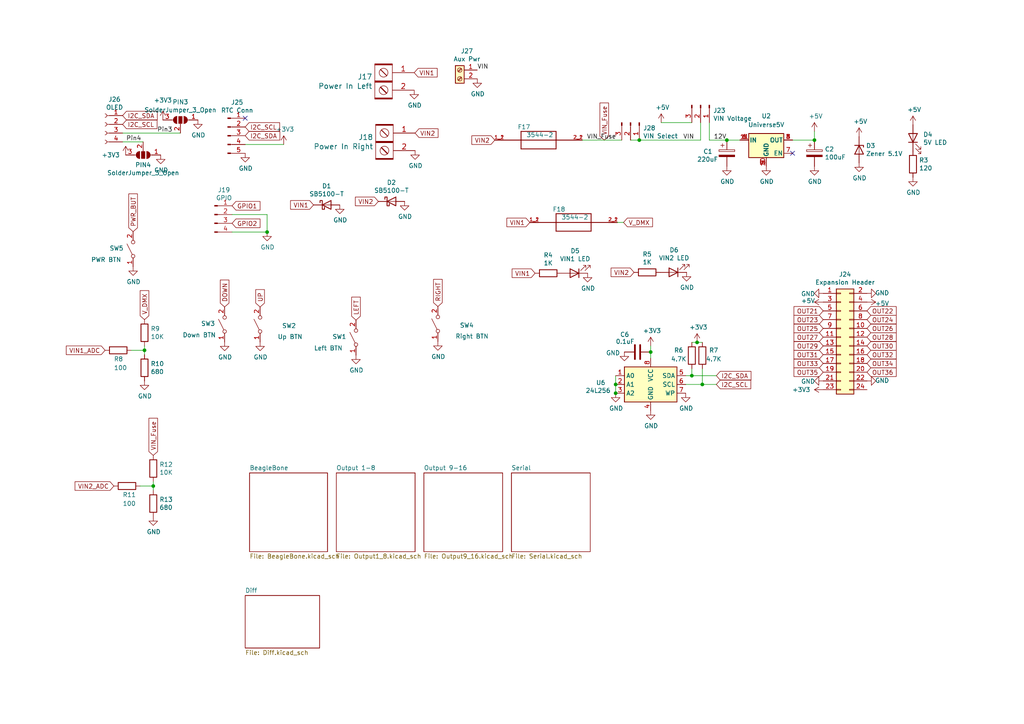
<source format=kicad_sch>
(kicad_sch (version 20211123) (generator eeschema)
  (paper "A4")
  (title_block (title "BBB 16") (date "2022-08-14") (rev "v2.2") (company "Scott Hanson"))
  (lib_symbols
    (symbol "BBB_16-rescue:3544-2-Keystone_Fuse" (pin_names (offset 1.016) hide)
      (property "Reference" "F" (at -5.08 3.302 0))
      (property "Value" "3544-2-Keystone_Fuse" (at -5.08 -5.08 0))
      (symbol "3544-2-Keystone_Fuse_0_0"
        (polyline (pts (xy -12.7 0) (xy 12.7 0)) (stroke (width 0.254)))
        (polyline (pts (xy -5.08 -2.54) (xy -5.08 2.54)) (stroke (width 0.254)))
        (polyline (pts (xy -5.08 2.54) (xy 5.08 2.54)) (stroke (width 0.254)))
        (polyline (pts (xy 5.08 -2.54) (xy -5.08 -2.54)) (stroke (width 0.254)))
        (polyline (pts (xy 5.08 2.54) (xy 5.08 -2.54)) (stroke (width 0.254)))
        (pin passive line (at -12.7 0 0) (length 2.54) (name "1") (number "1_1"))
        (pin passive line (at -12.7 0 0) (length 2.54) (name "1") (number "1_2"))
        (pin passive line (at 12.7 0 180) (length 2.54) (name "2") (number "2_1"))
        (pin passive line (at 12.7 0 180) (length 2.54) (name "2") (number "2_2"))
      )
    )
    (symbol "BBB_16-rescue:CP-Device" (pin_numbers hide) (pin_names (offset 0.254))
      (property "Reference" "C" (at 0.635 2.54 0))
      (property "Value" "CP-Device" (at 0.635 -2.54 0))
      (symbol "CP-Device_0_1"
        (rectangle (start -2.286 0.508) (end 2.286 1.016))
        (polyline (pts (xy -1.778 2.286) (xy -0.762 2.286)))
        (polyline (pts (xy -1.27 2.794) (xy -1.27 1.778)))
        (rectangle (start 2.286 -0.508) (end -2.286 -1.016) (fill (type outline)))
      )
      (symbol "CP-Device_1_1"
        (pin passive line (at 0 3.81 270) (length 2.794) (name "~") (number "1"))
        (pin passive line (at 0 -3.81 90) (length 2.794) (name "~") (number "2"))
      )
    )
    (symbol "Barrier_Blocks:BARRIER_BLOCK_1ROW_2POS" (pin_names (offset 1.016) hide)
      (property "Reference" "TB" (at 0.127 -6.731 0))
      (property "Value" "BARRIER_BLOCK_1ROW_2POS" (at 0.254 6.35 0))
      (symbol "BARRIER_BLOCK_1ROW_2POS_0_1"
        (rectangle (start -2.54 5.08) (end 2.54 -5.08))
        (circle (center 0 -2.54) (radius 1.27))
        (polyline (pts (xy -2.54 -4.699) (xy -2.54 -5.08) (xy 2.54 -5.08) (xy 2.54 -4.699)) (fill (type outline)))
        (polyline (pts (xy -2.54 0.254) (xy -2.54 -0.254) (xy 2.54 -0.254) (xy 2.54 0.254)) (fill (type outline)))
        (polyline (pts (xy -2.54 4.699) (xy -2.54 5.08) (xy 2.54 5.08) (xy 2.54 4.699)) (fill (type outline)))
        (polyline (pts (xy -0.8382 -3.5052) (xy -0.9652 -3.3782) (xy 0.8128 -1.6002) (xy 0.9652 -1.7018) (xy -0.8382 -3.5052)) (fill (type outline)))
        (polyline (pts (xy -0.8382 1.5748) (xy -0.9652 1.6764) (xy -0.0508 2.5908) (xy 0.8382 3.4798) (xy 0.9652 3.3528) (xy 0.9652 3.3528)) (fill (type outline)))
        (circle (center 0 2.54) (radius 1.27))
      )
      (symbol "BARRIER_BLOCK_1ROW_2POS_1_1"
        (pin passive line (at -8.89 2.54 0) (length 6.35) (name "P1") (number "1"))
        (pin passive line (at -8.89 -2.54 0) (length 6.35) (name "P2") (number "2"))
      )
    )
    (symbol "Connector:Conn_01x03_Male" (pin_names (offset 1.016) hide)
      (property "Reference" "J" (at 0 5.08 0))
      (property "Value" "Conn_01x03_Male" (at 0 -5.08 0))
      (symbol "Conn_01x03_Male_1_1"
        (polyline (pts (xy 1.27 -2.54) (xy 0.8636 -2.54)) (stroke (width 0.1524)))
        (polyline (pts (xy 1.27 0) (xy 0.8636 0)) (stroke (width 0.1524)))
        (polyline (pts (xy 1.27 2.54) (xy 0.8636 2.54)) (stroke (width 0.1524)))
        (rectangle (start 0.8636 -2.413) (end 0 -2.667) (stroke (width 0.1524)) (fill (type outline)))
        (rectangle (start 0.8636 0.127) (end 0 -0.127) (stroke (width 0.1524)) (fill (type outline)))
        (rectangle (start 0.8636 2.667) (end 0 2.413) (stroke (width 0.1524)) (fill (type outline)))
        (pin passive line (at 5.08 2.54 180) (length 3.81) (name "Pin_1") (number "1"))
        (pin passive line (at 5.08 0 180) (length 3.81) (name "Pin_2") (number "2"))
        (pin passive line (at 5.08 -2.54 180) (length 3.81) (name "Pin_3") (number "3"))
      )
    )
    (symbol "Connector:Conn_01x04_Female" (pin_names (offset 1.016) hide)
      (property "Reference" "J" (at 0 5.08 0))
      (property "Value" "Conn_01x04_Female" (at 0 -7.62 0))
      (symbol "Conn_01x04_Female_1_1"
        (arc (start 0 -4.572) (mid -0.508 -5.08) (end 0 -5.588) (stroke (width 0.1524)))
        (arc (start 0 -2.032) (mid -0.508 -2.54) (end 0 -3.048) (stroke (width 0.1524)))
        (polyline (pts (xy -1.27 -5.08) (xy -0.508 -5.08)) (stroke (width 0.1524)))
        (polyline (pts (xy -1.27 -2.54) (xy -0.508 -2.54)) (stroke (width 0.1524)))
        (polyline (pts (xy -1.27 0) (xy -0.508 0)) (stroke (width 0.1524)))
        (polyline (pts (xy -1.27 2.54) (xy -0.508 2.54)) (stroke (width 0.1524)))
        (arc (start 0 0.508) (mid -0.508 0) (end 0 -0.508) (stroke (width 0.1524)))
        (arc (start 0 3.048) (mid -0.508 2.54) (end 0 2.032) (stroke (width 0.1524)))
        (pin passive line (at -5.08 2.54 0) (length 3.81) (name "Pin_1") (number "1"))
        (pin passive line (at -5.08 0 0) (length 3.81) (name "Pin_2") (number "2"))
        (pin passive line (at -5.08 -2.54 0) (length 3.81) (name "Pin_3") (number "3"))
        (pin passive line (at -5.08 -5.08 0) (length 3.81) (name "Pin_4") (number "4"))
      )
    )
    (symbol "Connector:Conn_01x04_Male" (pin_names (offset 1.016) hide)
      (property "Reference" "J" (at 0 5.08 0))
      (property "Value" "Conn_01x04_Male" (at 0 -7.62 0))
      (symbol "Conn_01x04_Male_1_1"
        (polyline (pts (xy 1.27 -5.08) (xy 0.8636 -5.08)) (stroke (width 0.1524)))
        (polyline (pts (xy 1.27 -2.54) (xy 0.8636 -2.54)) (stroke (width 0.1524)))
        (polyline (pts (xy 1.27 0) (xy 0.8636 0)) (stroke (width 0.1524)))
        (polyline (pts (xy 1.27 2.54) (xy 0.8636 2.54)) (stroke (width 0.1524)))
        (rectangle (start 0.8636 -4.953) (end 0 -5.207) (stroke (width 0.1524)) (fill (type outline)))
        (rectangle (start 0.8636 -2.413) (end 0 -2.667) (stroke (width 0.1524)) (fill (type outline)))
        (rectangle (start 0.8636 0.127) (end 0 -0.127) (stroke (width 0.1524)) (fill (type outline)))
        (rectangle (start 0.8636 2.667) (end 0 2.413) (stroke (width 0.1524)) (fill (type outline)))
        (pin passive line (at 5.08 2.54 180) (length 3.81) (name "Pin_1") (number "1"))
        (pin passive line (at 5.08 0 180) (length 3.81) (name "Pin_2") (number "2"))
        (pin passive line (at 5.08 -2.54 180) (length 3.81) (name "Pin_3") (number "3"))
        (pin passive line (at 5.08 -5.08 180) (length 3.81) (name "Pin_4") (number "4"))
      )
    )
    (symbol "Connector:Conn_01x05_Male" (pin_names (offset 1.016) hide)
      (property "Reference" "J" (at 0 7.62 0))
      (property "Value" "Conn_01x05_Male" (at 0 -7.62 0))
      (symbol "Conn_01x05_Male_1_1"
        (polyline (pts (xy 1.27 -5.08) (xy 0.8636 -5.08)) (stroke (width 0.1524)))
        (polyline (pts (xy 1.27 -2.54) (xy 0.8636 -2.54)) (stroke (width 0.1524)))
        (polyline (pts (xy 1.27 0) (xy 0.8636 0)) (stroke (width 0.1524)))
        (polyline (pts (xy 1.27 2.54) (xy 0.8636 2.54)) (stroke (width 0.1524)))
        (polyline (pts (xy 1.27 5.08) (xy 0.8636 5.08)) (stroke (width 0.1524)))
        (rectangle (start 0.8636 -4.953) (end 0 -5.207) (stroke (width 0.1524)) (fill (type outline)))
        (rectangle (start 0.8636 -2.413) (end 0 -2.667) (stroke (width 0.1524)) (fill (type outline)))
        (rectangle (start 0.8636 0.127) (end 0 -0.127) (stroke (width 0.1524)) (fill (type outline)))
        (rectangle (start 0.8636 2.667) (end 0 2.413) (stroke (width 0.1524)) (fill (type outline)))
        (rectangle (start 0.8636 5.207) (end 0 4.953) (stroke (width 0.1524)) (fill (type outline)))
        (pin passive line (at 5.08 5.08 180) (length 3.81) (name "Pin_1") (number "1"))
        (pin passive line (at 5.08 2.54 180) (length 3.81) (name "Pin_2") (number "2"))
        (pin passive line (at 5.08 0 180) (length 3.81) (name "Pin_3") (number "3"))
        (pin passive line (at 5.08 -2.54 180) (length 3.81) (name "Pin_4") (number "4"))
        (pin passive line (at 5.08 -5.08 180) (length 3.81) (name "Pin_5") (number "5"))
      )
    )
    (symbol "Connector:Screw_Terminal_01x02" (pin_names (offset 1.016) hide)
      (property "Reference" "J" (at 0 2.54 0))
      (property "Value" "Screw_Terminal_01x02" (at 0 -5.08 0))
      (symbol "Screw_Terminal_01x02_1_1"
        (rectangle (start -1.27 1.27) (end 1.27 -3.81) (stroke (width 0.254)) (fill (type background)))
        (circle (center 0 -2.54) (radius 0.635) (stroke (width 0.1524)))
        (polyline (pts (xy -0.5334 -2.2098) (xy 0.3302 -3.048)) (stroke (width 0.1524)))
        (polyline (pts (xy -0.5334 0.3302) (xy 0.3302 -0.508)) (stroke (width 0.1524)))
        (polyline (pts (xy -0.3556 -2.032) (xy 0.508 -2.8702)) (stroke (width 0.1524)))
        (polyline (pts (xy -0.3556 0.508) (xy 0.508 -0.3302)) (stroke (width 0.1524)))
        (circle (center 0 0) (radius 0.635) (stroke (width 0.1524)))
        (pin passive line (at -5.08 0 0) (length 3.81) (name "Pin_1") (number "1"))
        (pin passive line (at -5.08 -2.54 0) (length 3.81) (name "Pin_2") (number "2"))
      )
    )
    (symbol "Connector_Generic:Conn_02x12_Odd_Even" (pin_names (offset 1.016) hide)
      (property "Reference" "J" (at 1.27 15.24 0))
      (property "Value" "Conn_02x12_Odd_Even" (at 1.27 -17.78 0))
      (symbol "Conn_02x12_Odd_Even_1_1"
        (rectangle (start -1.27 -15.113) (end 0 -15.367) (stroke (width 0.1524)))
        (rectangle (start -1.27 -12.573) (end 0 -12.827) (stroke (width 0.1524)))
        (rectangle (start -1.27 -10.033) (end 0 -10.287) (stroke (width 0.1524)))
        (rectangle (start -1.27 -7.493) (end 0 -7.747) (stroke (width 0.1524)))
        (rectangle (start -1.27 -4.953) (end 0 -5.207) (stroke (width 0.1524)))
        (rectangle (start -1.27 -2.413) (end 0 -2.667) (stroke (width 0.1524)))
        (rectangle (start -1.27 0.127) (end 0 -0.127) (stroke (width 0.1524)))
        (rectangle (start -1.27 2.667) (end 0 2.413) (stroke (width 0.1524)))
        (rectangle (start -1.27 5.207) (end 0 4.953) (stroke (width 0.1524)))
        (rectangle (start -1.27 7.747) (end 0 7.493) (stroke (width 0.1524)))
        (rectangle (start -1.27 10.287) (end 0 10.033) (stroke (width 0.1524)))
        (rectangle (start -1.27 12.827) (end 0 12.573) (stroke (width 0.1524)))
        (rectangle (start -1.27 13.97) (end 3.81 -16.51) (stroke (width 0.254)) (fill (type background)))
        (rectangle (start 3.81 -15.113) (end 2.54 -15.367) (stroke (width 0.1524)))
        (rectangle (start 3.81 -12.573) (end 2.54 -12.827) (stroke (width 0.1524)))
        (rectangle (start 3.81 -10.033) (end 2.54 -10.287) (stroke (width 0.1524)))
        (rectangle (start 3.81 -7.493) (end 2.54 -7.747) (stroke (width 0.1524)))
        (rectangle (start 3.81 -4.953) (end 2.54 -5.207) (stroke (width 0.1524)))
        (rectangle (start 3.81 -2.413) (end 2.54 -2.667) (stroke (width 0.1524)))
        (rectangle (start 3.81 0.127) (end 2.54 -0.127) (stroke (width 0.1524)))
        (rectangle (start 3.81 2.667) (end 2.54 2.413) (stroke (width 0.1524)))
        (rectangle (start 3.81 5.207) (end 2.54 4.953) (stroke (width 0.1524)))
        (rectangle (start 3.81 7.747) (end 2.54 7.493) (stroke (width 0.1524)))
        (rectangle (start 3.81 10.287) (end 2.54 10.033) (stroke (width 0.1524)))
        (rectangle (start 3.81 12.827) (end 2.54 12.573) (stroke (width 0.1524)))
        (pin passive line (at -5.08 12.7 0) (length 3.81) (name "Pin_1") (number "1"))
        (pin passive line (at 7.62 2.54 180) (length 3.81) (name "Pin_10") (number "10"))
        (pin passive line (at -5.08 0 0) (length 3.81) (name "Pin_11") (number "11"))
        (pin passive line (at 7.62 0 180) (length 3.81) (name "Pin_12") (number "12"))
        (pin passive line (at -5.08 -2.54 0) (length 3.81) (name "Pin_13") (number "13"))
        (pin passive line (at 7.62 -2.54 180) (length 3.81) (name "Pin_14") (number "14"))
        (pin passive line (at -5.08 -5.08 0) (length 3.81) (name "Pin_15") (number "15"))
        (pin passive line (at 7.62 -5.08 180) (length 3.81) (name "Pin_16") (number "16"))
        (pin passive line (at -5.08 -7.62 0) (length 3.81) (name "Pin_17") (number "17"))
        (pin passive line (at 7.62 -7.62 180) (length 3.81) (name "Pin_18") (number "18"))
        (pin passive line (at -5.08 -10.16 0) (length 3.81) (name "Pin_19") (number "19"))
        (pin passive line (at 7.62 12.7 180) (length 3.81) (name "Pin_2") (number "2"))
        (pin passive line (at 7.62 -10.16 180) (length 3.81) (name "Pin_20") (number "20"))
        (pin passive line (at -5.08 -12.7 0) (length 3.81) (name "Pin_21") (number "21"))
        (pin passive line (at 7.62 -12.7 180) (length 3.81) (name "Pin_22") (number "22"))
        (pin passive line (at -5.08 -15.24 0) (length 3.81) (name "Pin_23") (number "23"))
        (pin passive line (at 7.62 -15.24 180) (length 3.81) (name "Pin_24") (number "24"))
        (pin passive line (at -5.08 10.16 0) (length 3.81) (name "Pin_3") (number "3"))
        (pin passive line (at 7.62 10.16 180) (length 3.81) (name "Pin_4") (number "4"))
        (pin passive line (at -5.08 7.62 0) (length 3.81) (name "Pin_5") (number "5"))
        (pin passive line (at 7.62 7.62 180) (length 3.81) (name "Pin_6") (number "6"))
        (pin passive line (at -5.08 5.08 0) (length 3.81) (name "Pin_7") (number "7"))
        (pin passive line (at 7.62 5.08 180) (length 3.81) (name "Pin_8") (number "8"))
        (pin passive line (at -5.08 2.54 0) (length 3.81) (name "Pin_9") (number "9"))
      )
    )
    (symbol "Device:C" (pin_numbers hide) (pin_names (offset 0.254))
      (property "Reference" "C" (at 0.635 2.54 0))
      (property "Value" "C" (at 0.635 -2.54 0))
      (symbol "C_0_1"
        (polyline (pts (xy -2.032 -0.762) (xy 2.032 -0.762)) (stroke (width 0.508)))
        (polyline (pts (xy -2.032 0.762) (xy 2.032 0.762)) (stroke (width 0.508)))
      )
      (symbol "C_1_1"
        (pin passive line (at 0 3.81 270) (length 2.794) (name "~") (number "1"))
        (pin passive line (at 0 -3.81 90) (length 2.794) (name "~") (number "2"))
      )
    )
    (symbol "Device:D_Schottky" (pin_numbers hide) (pin_names (offset 1.016) hide)
      (property "Reference" "D" (at 0 2.54 0))
      (property "Value" "D_Schottky" (at 0 -2.54 0))
      (symbol "D_Schottky_0_1"
        (polyline (pts (xy 1.27 0) (xy -1.27 0)))
        (polyline (pts (xy 1.27 1.27) (xy 1.27 -1.27) (xy -1.27 0) (xy 1.27 1.27)) (stroke (width 0.254)))
        (polyline (pts (xy -1.905 0.635) (xy -1.905 1.27) (xy -1.27 1.27) (xy -1.27 -1.27) (xy -0.635 -1.27) (xy -0.635 -0.635)) (stroke (width 0.254)))
      )
      (symbol "D_Schottky_1_1"
        (pin passive line (at -3.81 0 0) (length 2.54) (name "K") (number "1"))
        (pin passive line (at 3.81 0 180) (length 2.54) (name "A") (number "2"))
      )
    )
    (symbol "Device:D_Zener" (pin_numbers hide) (pin_names (offset 1.016) hide)
      (property "Reference" "D" (at 0 2.54 0))
      (property "Value" "D_Zener" (at 0 -2.54 0))
      (symbol "D_Zener_0_1"
        (polyline (pts (xy 1.27 0) (xy -1.27 0)))
        (polyline (pts (xy -1.27 -1.27) (xy -1.27 1.27) (xy -0.762 1.27)) (stroke (width 0.254)))
        (polyline (pts (xy 1.27 -1.27) (xy 1.27 1.27) (xy -1.27 0) (xy 1.27 -1.27)) (stroke (width 0.254)))
      )
      (symbol "D_Zener_1_1"
        (pin passive line (at -3.81 0 0) (length 2.54) (name "K") (number "1"))
        (pin passive line (at 3.81 0 180) (length 2.54) (name "A") (number "2"))
      )
    )
    (symbol "Device:LED" (pin_numbers hide) (pin_names (offset 1.016) hide)
      (property "Reference" "D" (at 0 2.54 0))
      (property "Value" "LED" (at 0 -2.54 0))
      (symbol "LED_0_1"
        (polyline (pts (xy -1.27 -1.27) (xy -1.27 1.27)) (stroke (width 0.254)))
        (polyline (pts (xy -1.27 0) (xy 1.27 0)))
        (polyline (pts (xy 1.27 -1.27) (xy 1.27 1.27) (xy -1.27 0) (xy 1.27 -1.27)) (stroke (width 0.254)))
        (polyline (pts (xy -3.048 -0.762) (xy -4.572 -2.286) (xy -3.81 -2.286) (xy -4.572 -2.286) (xy -4.572 -1.524)))
        (polyline (pts (xy -1.778 -0.762) (xy -3.302 -2.286) (xy -2.54 -2.286) (xy -3.302 -2.286) (xy -3.302 -1.524)))
      )
      (symbol "LED_1_1"
        (pin passive line (at -3.81 0 0) (length 2.54) (name "K") (number "1"))
        (pin passive line (at 3.81 0 180) (length 2.54) (name "A") (number "2"))
      )
    )
    (symbol "Device:R" (pin_numbers hide) (pin_names (offset 0))
      (property "Reference" "R" (at 2.032 0 90))
      (property "Value" "R" (at 0 0 90))
      (symbol "R_0_1"
        (rectangle (start -1.016 -2.54) (end 1.016 2.54) (stroke (width 0.254)))
      )
      (symbol "R_1_1"
        (pin passive line (at 0 3.81 270) (length 1.27) (name "~") (number "1"))
        (pin passive line (at 0 -3.81 90) (length 1.27) (name "~") (number "2"))
      )
    )
    (symbol "Jumper:SolderJumper_3_Open" (pin_names (offset 0) hide)
      (property "Reference" "JP" (at -2.54 -2.54 0))
      (property "Value" "SolderJumper_3_Open" (at 0 2.794 0))
      (symbol "SolderJumper_3_Open_0_1"
        (arc (start -1.016 1.016) (mid -2.032 0) (end -1.016 -1.016))
        (arc (start -1.016 1.016) (mid -2.032 0) (end -1.016 -1.016) (fill (type outline)))
        (rectangle (start -0.508 1.016) (end 0.508 -1.016) (fill (type outline)))
        (polyline (pts (xy -2.54 0) (xy -2.032 0)))
        (polyline (pts (xy -1.016 1.016) (xy -1.016 -1.016)))
        (polyline (pts (xy 0 -1.27) (xy 0 -1.016)))
        (polyline (pts (xy 1.016 1.016) (xy 1.016 -1.016)))
        (polyline (pts (xy 2.54 0) (xy 2.032 0)))
        (arc (start 1.016 -1.016) (mid 2.032 0) (end 1.016 1.016))
        (arc (start 1.016 -1.016) (mid 2.032 0) (end 1.016 1.016) (fill (type outline)))
      )
      (symbol "SolderJumper_3_Open_1_1"
        (pin passive line (at -5.08 0 0) (length 2.54) (name "A") (number "1"))
        (pin input line (at 0 -3.81 90) (length 2.54) (name "C") (number "2"))
        (pin passive line (at 5.08 0 180) (length 2.54) (name "B") (number "3"))
      )
    )
    (symbol "Memory_EEPROM:24LC32"
      (property "Reference" "U" (at -6.35 6.35 0))
      (property "Value" "24LC32" (at 1.27 6.35 0))
      (symbol "24LC32_1_1"
        (rectangle (start -7.62 5.08) (end 7.62 -5.08) (stroke (width 0.254)) (fill (type background)))
        (pin input line (at -10.16 2.54 0) (length 2.54) (name "A0") (number "1"))
        (pin input line (at -10.16 0 0) (length 2.54) (name "A1") (number "2"))
        (pin input line (at -10.16 -2.54 0) (length 2.54) (name "A2") (number "3"))
        (pin power_in line (at 0 -7.62 90) (length 2.54) (name "GND") (number "4"))
        (pin bidirectional line (at 10.16 2.54 180) (length 2.54) (name "SDA") (number "5"))
        (pin input line (at 10.16 0 180) (length 2.54) (name "SCL") (number "6"))
        (pin input line (at 10.16 -2.54 180) (length 2.54) (name "WP") (number "7"))
        (pin power_in line (at 0 7.62 270) (length 2.54) (name "VCC") (number "8"))
      )
    )
    (symbol "Scotts:Universe5V" (pin_names (offset 0.254))
      (property "Reference" "U" (at -3.81 3.175 0))
      (property "Value" "Universe5V" (at 0 3.175 0))
      (symbol "Universe5V_0_0"
        (pin power_in line (at 0 -7.62 90) (length 2.54) (name "GND") (number "10"))
        (pin power_in line (at -7.62 0 0) (length 2.54) (name "IN") (number "11"))
        (pin power_out line (at 7.62 0 180) (length 2.54) (name "OUT") (number "4"))
        (pin power_in line (at 0 -7.62 90) (length 2.54) (name "GND") (number "5"))
        (pin power_in line (at -7.62 0 0) (length 2.54) (name "IN") (number "6"))
        (pin output line (at 7.62 -3.81 180) (length 2.54) (name "EN") (number "7"))
        (pin power_out line (at 7.62 0 180) (length 2.54) (name "OUT") (number "8"))
        (pin power_in line (at 0 -7.62 90) (length 2.54) (name "GND") (number "9"))
      )
      (symbol "Universe5V_0_1"
        (rectangle (start -5.08 1.905) (end 5.08 -5.08) (stroke (width 0.254)) (fill (type background)))
      )
      (symbol "Universe5V_1_1"
        (pin power_in line (at -7.62 0 0) (length 2.54) (name "IN") (number "1"))
        (pin power_in line (at 0 -7.62 90) (length 2.54) (name "GND") (number "2"))
        (pin power_out line (at 7.62 0 180) (length 2.54) (name "OUT") (number "3"))
      )
    )
    (symbol "Switch:SW_SPST" (pin_names (offset 0) hide)
      (property "Reference" "SW" (at 0 3.175 0))
      (property "Value" "SW_SPST" (at 0 -2.54 0))
      (symbol "SW_SPST_0_0"
        (circle (center -2.032 0) (radius 0.508))
        (polyline (pts (xy -1.524 0.254) (xy 1.524 1.778)))
        (circle (center 2.032 0) (radius 0.508))
      )
      (symbol "SW_SPST_1_1"
        (pin passive line (at -5.08 0 0) (length 2.54) (name "A") (number "1"))
        (pin passive line (at 5.08 0 180) (length 2.54) (name "B") (number "2"))
      )
    )
    (symbol "power:+3.3V" (power) (pin_names (offset 0))
      (property "Value" "+3.3V" (at 0 3.556 0))
      (symbol "+3.3V_0_1"
        (polyline (pts (xy -0.762 1.27) (xy 0 2.54)))
        (polyline (pts (xy 0 0) (xy 0 2.54)))
        (polyline (pts (xy 0 2.54) (xy 0.762 1.27)))
      )
      (symbol "+3.3V_1_1"
        (pin power_in line (at 0 0 90) (length 0) hide (name "+3V3") (number "1"))
      )
    )
    (symbol "power:+5V" (power) (pin_names (offset 0))
      (property "Value" "+5V" (at 0 3.556 0))
      (symbol "+5V_0_1"
        (polyline (pts (xy -0.762 1.27) (xy 0 2.54)))
        (polyline (pts (xy 0 0) (xy 0 2.54)))
        (polyline (pts (xy 0 2.54) (xy 0.762 1.27)))
      )
      (symbol "+5V_1_1"
        (pin power_in line (at 0 0 90) (length 0) hide (name "+5V") (number "1"))
      )
    )
    (symbol "power:GND" (power) (pin_names (offset 0))
      (property "Value" "GND" (at 0 -3.81 0))
      (symbol "GND_0_1"
        (polyline (pts (xy 0 0) (xy 0 -1.27) (xy 1.27 -1.27) (xy 0 -2.54) (xy -1.27 -1.27) (xy 0 -1.27)))
      )
      (symbol "GND_1_1"
        (pin power_in line (at 0 0 270) (length 0) hide (name "GND") (number "1"))
      )
    )
  )
  (junction (at 178.562 111.506))
  (junction (at 203.708 111.506))
  (junction (at 41.91 101.6))
  (junction (at 210.82 40.64))
  (junction (at 178.562 114.046))
  (junction (at 77.47 67.31))
  (junction (at 200.66 108.966))
  (junction (at 185.42 40.64))
  (junction (at 188.722 102.108))
  (junction (at 236.22 40.64))
  (junction (at 44.45 140.97))
  (junction (at 202.184 99.314))
  (no_connect (at 229.87 44.45))
  (no_connect (at 71.12 34.29))
  (wire (pts (xy 179.07 64.516) (xy 180.848 64.516)))
  (wire (pts (xy 77.47 67.31) (xy 67.31 67.31)))
  (wire (pts (xy 41.91 100.33) (xy 41.91 101.6)))
  (wire (pts (xy 77.47 62.23) (xy 77.47 67.31)))
  (wire (pts (xy 203.708 106.934) (xy 203.708 111.506)))
  (wire (pts (xy 44.45 140.97) (xy 44.45 142.24)))
  (wire (pts (xy 236.22 40.64) (xy 236.22 38.1)))
  (wire (pts (xy 182.88 40.64) (xy 185.42 40.64)))
  (wire (pts (xy 200.66 108.966) (xy 207.772 108.966)))
  (wire (pts (xy 188.722 103.886) (xy 188.722 102.108)))
  (wire (pts (xy 205.74 40.64) (xy 205.74 35.56)))
  (wire (pts (xy 44.45 140.97) (xy 40.64 140.97)))
  (wire (pts (xy 202.184 99.314) (xy 203.708 99.314)))
  (wire (pts (xy 203.2 40.64) (xy 185.42 40.64)))
  (wire (pts (xy 200.66 106.934) (xy 200.66 108.966)))
  (wire (pts (xy 35.56 41.148) (xy 41.529 41.148)))
  (wire (pts (xy 52.324 38.608) (xy 35.56 38.608)))
  (wire (pts (xy 67.31 62.23) (xy 77.47 62.23)))
  (wire (pts (xy 203.708 111.506) (xy 198.882 111.506)))
  (wire (pts (xy 44.45 139.7) (xy 44.45 140.97)))
  (wire (pts (xy 207.772 111.506) (xy 203.708 111.506)))
  (wire (pts (xy 71.12 41.91) (xy 82.296 41.91)))
  (wire (pts (xy 178.562 111.506) (xy 178.562 114.046)))
  (wire (pts (xy 210.82 40.64) (xy 205.74 40.64)))
  (wire (pts (xy 41.91 101.6) (xy 41.91 102.87)))
  (wire (pts (xy 214.63 40.64) (xy 210.82 40.64)))
  (wire (pts (xy 203.2 35.56) (xy 203.2 40.64)))
  (wire (pts (xy 200.66 35.56) (xy 191.77 35.56)))
  (wire (pts (xy 188.722 102.108) (xy 188.722 100.33)))
  (wire (pts (xy 168.91 40.64) (xy 180.34 40.64)))
  (wire (pts (xy 200.66 99.314) (xy 202.184 99.314)))
  (wire (pts (xy 41.91 101.6) (xy 38.1 101.6)))
  (wire (pts (xy 198.882 108.966) (xy 200.66 108.966)))
  (wire (pts (xy 178.562 108.966) (xy 178.562 111.506)))
  (wire (pts (xy 229.87 40.64) (xy 236.22 40.64)))
  (label "Pin4" (at 36.576 41.148 0))
  (label "12V" (at 207.01 40.64 0))
  (label "VIN" (at 138.43 20.32 0))
  (label "VIN_Fuse" (at 170.18 40.64 0))
  (label "Pin3" (at 45.593 38.608 0))
  (label "VIN" (at 198.12 40.64 0))
  (global_label "VIN1" (shape input) (at 155.194 79.248 180) (property "Intersheet References" "${INTERSHEET_REFS}" (effects hide)))
  (global_label "VIN1" (shape input) (at 120.142 21.082 0) (property "Intersheet References" "${INTERSHEET_REFS}" (effects hide)))
  (global_label "OUT31" (shape input) (at 238.76 102.87 180) (property "Intersheet References" "${INTERSHEET_REFS}" (effects hide)))
  (global_label "OUT22" (shape input) (at 251.46 90.17 0) (property "Intersheet References" "${INTERSHEET_REFS}" (effects hide)))
  (global_label "OUT29" (shape input) (at 238.76 100.33 180) (property "Intersheet References" "${INTERSHEET_REFS}" (effects hide)))
  (global_label "VIN_Fuse" (shape input) (at 175.26 40.64 90) (property "Intersheet References" "${INTERSHEET_REFS}" (effects hide)))
  (global_label "I2C_SCL" (shape input) (at 71.12 36.83 0) (property "Intersheet References" "${INTERSHEET_REFS}" (effects hide)))
  (global_label "OUT26" (shape input) (at 251.46 95.25 0) (property "Intersheet References" "${INTERSHEET_REFS}" (effects hide)))
  (global_label "DOWN" (shape input) (at 65.151 89.027 90) (property "Intersheet References" "${INTERSHEET_REFS}" (effects hide)))
  (global_label "I2C_SDA" (shape input) (at 71.12 39.37 0) (property "Intersheet References" "${INTERSHEET_REFS}" (effects hide)))
  (global_label "OUT24" (shape input) (at 251.46 92.71 0) (property "Intersheet References" "${INTERSHEET_REFS}" (effects hide)))
  (global_label "VIN1" (shape input) (at 153.67 64.516 180) (property "Intersheet References" "${INTERSHEET_REFS}" (effects hide)))
  (global_label "UP" (shape input) (at 75.438 89.027 90) (property "Intersheet References" "${INTERSHEET_REFS}" (effects hide)))
  (global_label "I2C_SDA" (shape input) (at 207.772 108.966 0) (property "Intersheet References" "${INTERSHEET_REFS}" (effects hide)))
  (global_label "V_DMX" (shape input) (at 180.848 64.516 0) (property "Intersheet References" "${INTERSHEET_REFS}" (effects hide)))
  (global_label "OUT36" (shape input) (at 251.46 107.95 0) (property "Intersheet References" "${INTERSHEET_REFS}" (effects hide)))
  (global_label "I2C_SCL" (shape input) (at 35.56 36.068 0) (property "Intersheet References" "${INTERSHEET_REFS}" (effects hide)))
  (global_label "OUT34" (shape input) (at 251.46 105.41 0) (property "Intersheet References" "${INTERSHEET_REFS}" (effects hide)))
  (global_label "VIN2" (shape input) (at 143.51 40.64 180) (property "Intersheet References" "${INTERSHEET_REFS}" (effects hide)))
  (global_label "OUT32" (shape input) (at 251.46 102.87 0) (property "Intersheet References" "${INTERSHEET_REFS}" (effects hide)))
  (global_label "OUT30" (shape input) (at 251.46 100.33 0) (property "Intersheet References" "${INTERSHEET_REFS}" (effects hide)))
  (global_label "OUT25" (shape input) (at 238.76 95.25 180) (property "Intersheet References" "${INTERSHEET_REFS}" (effects hide)))
  (global_label "VIN2" (shape input) (at 120.396 38.608 0) (property "Intersheet References" "${INTERSHEET_REFS}" (effects hide)))
  (global_label "OUT35" (shape input) (at 238.76 107.95 180) (property "Intersheet References" "${INTERSHEET_REFS}" (effects hide)))
  (global_label "I2C_SDA" (shape input) (at 35.56 33.528 0) (property "Intersheet References" "${INTERSHEET_REFS}" (effects hide)))
  (global_label "GPIO2" (shape input) (at 67.31 64.77 0) (property "Intersheet References" "${INTERSHEET_REFS}" (effects hide)))
  (global_label "VIN2" (shape input) (at 109.728 58.42 180) (property "Intersheet References" "${INTERSHEET_REFS}" (effects hide)))
  (global_label "RIGHT" (shape input) (at 127 88.9 90) (property "Intersheet References" "${INTERSHEET_REFS}" (effects hide)))
  (global_label "V_DMX" (shape input) (at 41.91 92.71 90) (property "Intersheet References" "${INTERSHEET_REFS}" (effects hide)))
  (global_label "PWR_BUT" (shape input) (at 38.608 67.183 90) (property "Intersheet References" "${INTERSHEET_REFS}" (effects hide)))
  (global_label "OUT27" (shape input) (at 238.76 97.79 180) (property "Intersheet References" "${INTERSHEET_REFS}" (effects hide)))
  (global_label "OUT23" (shape input) (at 238.76 92.71 180) (property "Intersheet References" "${INTERSHEET_REFS}" (effects hide)))
  (global_label "VIN2_ADC" (shape input) (at 33.02 140.97 180) (property "Intersheet References" "${INTERSHEET_REFS}" (effects hide)))
  (global_label "VIN_Fuse" (shape input) (at 44.45 132.08 90) (property "Intersheet References" "${INTERSHEET_REFS}" (effects hide)))
  (global_label "LEFT" (shape input) (at 103.251 92.837 90) (property "Intersheet References" "${INTERSHEET_REFS}" (effects hide)))
  (global_label "OUT21" (shape input) (at 238.76 90.17 180) (property "Intersheet References" "${INTERSHEET_REFS}" (effects hide)))
  (global_label "VIN1" (shape input) (at 90.932 59.436 180) (property "Intersheet References" "${INTERSHEET_REFS}" (effects hide)))
  (global_label "VIN2" (shape input) (at 183.896 78.994 180) (property "Intersheet References" "${INTERSHEET_REFS}" (effects hide)))
  (global_label "OUT33" (shape input) (at 238.76 105.41 180) (property "Intersheet References" "${INTERSHEET_REFS}" (effects hide)))
  (global_label "I2C_SCL" (shape input) (at 207.772 111.506 0) (property "Intersheet References" "${INTERSHEET_REFS}" (effects hide)))
  (global_label "OUT28" (shape input) (at 251.46 97.79 0) (property "Intersheet References" "${INTERSHEET_REFS}" (effects hide)))
  (global_label "GPIO1" (shape input) (at 67.31 59.69 0) (property "Intersheet References" "${INTERSHEET_REFS}" (effects hide)))
  (global_label "VIN1_ADC" (shape input) (at 30.48 101.6 180) (property "Intersheet References" "${INTERSHEET_REFS}" (effects hide)))
  (symbol (lib_id "BBB_16-rescue:CP-Device") (at 236.22 44.45 0) (unit 1)
    (property "Reference" "C2" (at 239.2172 43.2816 0) (effects (justify left)))
    (property "Value" "100uF" (at 239.2172 45.593 0) (effects (justify left)))
    (property "Footprint" "Capacitor_THT:CP_Radial_D5.0mm_P2.00mm" (effects hide))
    (property "Digi-Key_PN" "1189-1148-ND" (effects hide))
    (property "MPN" "16ZLH100MEFC5X11" (effects hide))
  )
  (symbol (lib_id "BBB_16-rescue:CP-Device") (at 210.82 44.45 0) (unit 1)
    (property "Reference" "C1" (at 203.962 43.942 0) (effects (justify left)))
    (property "Value" "220uF" (at 202.184 46.228 0) (effects (justify left)))
    (property "Footprint" "Capacitor_THT:CP_Radial_D10.0mm_P5.00mm" (effects hide))
    (property "Digi-Key_PN" "P5183-ND" (effects hide))
    (property "MPN" "ECA-1HM221" (effects hide))
  )
  (symbol (lib_id "power:GND") (at 120.142 26.162 0) (unit 1)
    (property "Reference" "#PWR0101" (effects hide))
    (property "Value" "GND" (at 120.269 30.5562 0))
  )
  (symbol (lib_id "power:GND") (at 222.25 48.26 0) (unit 1)
    (property "Reference" "#PWR0113" (effects hide))
    (property "Value" "GND" (at 222.377 52.6542 0))
  )
  (symbol (lib_id "power:GND") (at 236.22 48.26 0) (unit 1)
    (property "Reference" "#PWR0114" (effects hide))
    (property "Value" "GND" (at 236.347 52.6542 0))
  )
  (symbol (lib_id "power:GND") (at 210.82 48.26 0) (unit 1)
    (property "Reference" "#PWR0115" (effects hide))
    (property "Value" "GND" (at 210.947 52.6542 0))
  )
  (symbol (lib_id "power:+5V") (at 236.22 38.1 0) (unit 1)
    (property "Reference" "#PWR0116" (effects hide))
    (property "Value" "+5V" (at 236.601 33.7058 0))
  )
  (symbol (lib_id "BBB_16-rescue:3544-2-Keystone_Fuse") (at 156.21 40.64 0) (unit 1)
    (property "Reference" "F17" (at 150.114 36.83 0) (effects (justify left)))
    (property "Value" "3544-2" (at 152.654 39.116 0) (effects (justify left)))
    (property "Footprint" "Keystone_Fuse:FUSE_3544-2" (effects hide))
    (property "Field4" "3544-2" (effects hide))
    (property "Field5" "None" (effects hide))
    (property "Field6" "Unavailable" (effects hide))
    (property "Field7" "Fuse Clip; 500 VAC; 30 A; PCB; For 0.110 in. x 0.032 in. mini blade fuses" (effects hide))
    (property "Field8" "Keystone Electronics" (effects hide))
    (property "Digi-Key_PN" "36-3544-2-ND" (effects hide))
    (property "MPN" "3544-2" (effects hide))
  )
  (symbol (lib_id "Device:D_Zener") (at 249.174 43.434 270) (unit 1)
    (property "Reference" "D3" (at 251.1806 42.2656 90) (effects (justify left)))
    (property "Value" "Zener 5.1V" (at 251.1806 44.577 90) (effects (justify left)))
    (property "Footprint" "Diode_THT:D_5W_P10.16mm_Horizontal" (effects hide))
    (property "Digi-Key_PN" "1N5338BRLGOSCT-ND" (effects hide))
    (property "MPN" "1N5338BRLG" (effects hide))
  )
  (symbol (lib_id "power:+5V") (at 249.174 39.624 0) (unit 1)
    (property "Reference" "#PWR041" (effects hide))
    (property "Value" "+5V" (at 249.555 35.2298 0))
  )
  (symbol (lib_id "power:GND") (at 249.174 47.244 0) (unit 1)
    (property "Reference" "#PWR042" (effects hide))
    (property "Value" "GND" (at 249.301 51.6382 0))
  )
  (symbol (lib_id "Device:D_Schottky") (at 113.538 58.42 0) (unit 1)
    (property "Reference" "D2" (at 113.538 52.9336 0))
    (property "Value" "SB5100-T" (at 113.538 55.245 0))
    (property "Footprint" "Diode_THT:D_DO-201AD_P12.70mm_Horizontal" (effects hide))
    (property "Digi-Key_PN" "SB5100DICT-ND" (effects hide))
    (property "MPN" "SB5100-T" (effects hide))
  )
  (symbol (lib_id "Device:D_Schottky") (at 94.742 59.436 0) (unit 1)
    (property "Reference" "D1" (at 94.742 53.9496 0))
    (property "Value" "SB5100-T" (at 94.742 56.261 0))
    (property "Footprint" "Diode_THT:D_DO-201AD_P12.70mm_Horizontal" (effects hide))
    (property "Digi-Key_PN" "SB5100DICT-ND" (effects hide))
    (property "MPN" "SB5100-T" (effects hide))
  )
  (symbol (lib_id "power:GND") (at 117.348 58.42 0) (unit 1)
    (property "Reference" "#PWR0102" (effects hide))
    (property "Value" "GND" (at 117.475 62.8142 0))
  )
  (symbol (lib_id "power:GND") (at 98.552 59.436 0) (unit 1)
    (property "Reference" "#PWR0103" (effects hide))
    (property "Value" "GND" (at 98.679 63.8302 0))
  )
  (symbol (lib_id "Connector:Conn_01x03_Male") (at 203.2 30.48 270) (unit 1)
    (property "Reference" "J23" (at 206.8576 32.0548 90) (effects (justify left)))
    (property "Value" "VIN Voltage" (at 206.8576 34.3662 90) (effects (justify left)))
    (property "Footprint" "Connector_PinHeader_2.54mm:PinHeader_1x03_P2.54mm_Vertical" (effects hide))
    (property "Digi-Key_PN" "732-5316-ND" (effects hide))
    (property "MPN" "61300311121" (effects hide))
  )
  (symbol (lib_id "power:+5V") (at 191.77 35.56 0) (unit 1)
    (property "Reference" "#PWR047" (effects hide))
    (property "Value" "+5V" (at 192.151 31.1658 0))
  )
  (symbol (lib_id "power:GND") (at 120.396 43.688 0) (unit 1)
    (property "Reference" "#PWR02" (effects hide))
    (property "Value" "GND" (at 120.523 48.0822 0))
  )
  (symbol (lib_id "Connector:Conn_01x05_Male") (at 66.04 39.37 0) (unit 1)
    (property "Reference" "J25" (at 68.7832 29.6926 0))
    (property "Value" "RTC Conn" (at 68.7832 32.004 0))
    (property "Footprint" "Connector_PinHeader_2.54mm:PinHeader_1x05_P2.54mm_Vertical" (effects hide))
    (property "Digi-Key_PN" "732-5318-ND" (effects hide))
    (property "MPN" "61300511121" (effects hide))
  )
  (symbol (lib_id "power:GND") (at 71.12 44.45 0) (unit 1)
    (property "Reference" "#PWR039" (effects hide))
    (property "Value" "GND" (at 71.247 48.8442 0))
  )
  (symbol (lib_id "BBB_16-rescue:3544-2-Keystone_Fuse") (at 166.37 64.516 0) (unit 1)
    (property "Reference" "F18" (at 160.274 60.706 0) (effects (justify left)))
    (property "Value" "3544-2" (at 162.814 62.992 0) (effects (justify left)))
    (property "Footprint" "Keystone_Fuse:FUSE_3544-2" (effects hide))
    (property "Field4" "3544-2" (effects hide))
    (property "Field5" "None" (effects hide))
    (property "Field6" "Unavailable" (effects hide))
    (property "Field7" "Fuse Clip; 500 VAC; 30 A; PCB; For 0.110 in. x 0.032 in. mini blade fuses" (effects hide))
    (property "Field8" "Keystone Electronics" (effects hide))
    (property "Digi-Key_PN" "36-3544-2-ND" (effects hide))
    (property "MPN" "3544-2" (effects hide))
  )
  (symbol (lib_id "Connector:Conn_01x04_Female") (at 30.48 36.068 0) (mirror y) (unit 1)
    (property "Reference" "J26" (at 33.2232 28.829 0))
    (property "Value" "OLED" (at 33.2232 31.1404 0))
    (property "Footprint" "OLED-SSD1306-128X64-I2C:OLED-SSD1306-128X64-I2C-THT" (effects hide))
    (property "Digi-Key_PN" "S7002-ND" (effects hide))
    (property "MPN" "PPTC041LFBN-RC" (effects hide))
  )
  (symbol (lib_id "power:GND") (at 57.404 34.798 0) (unit 1)
    (property "Reference" "#PWR051" (effects hide))
    (property "Value" "GND" (at 57.531 39.1922 0))
  )
  (symbol (lib_id "power:+3.3V") (at 82.296 41.91 0) (unit 1)
    (property "Reference" "#PWR0104" (effects hide))
    (property "Value" "+3.3V" (at 82.677 37.5158 0))
  )
  (symbol (lib_id "power:+3.3V") (at 47.244 34.798 0) (unit 1)
    (property "Reference" "#PWR0108" (effects hide))
    (property "Value" "+3.3V" (at 47.244 29.083 0))
  )
  (symbol (lib_id "Device:LED") (at 166.624 79.248 180) (unit 1)
    (property "Reference" "D5" (at 166.8018 72.771 0))
    (property "Value" "VIN1 LED" (at 166.8018 75.0824 0))
    (property "Footprint" "LED_THT:LED_D3.0mm_Clear" (effects hide))
    (property "Digi-Key_PN" "754-1217-ND" (effects hide))
    (property "MPN" "WP3A8GD" (effects hide))
  )
  (symbol (lib_id "Device:LED") (at 195.326 78.994 180) (unit 1)
    (property "Reference" "D6" (at 195.5038 72.517 0))
    (property "Value" "VIN2 LED" (at 195.5038 74.8284 0))
    (property "Footprint" "LED_THT:LED_D3.0mm_Clear" (effects hide))
    (property "Digi-Key_PN" "754-1217-ND" (effects hide))
    (property "MPN" "WP3A8GD" (effects hide))
  )
  (symbol (lib_id "Device:R") (at 159.004 79.248 270) (unit 1)
    (property "Reference" "R4" (at 159.004 73.9902 90))
    (property "Value" "1K" (at 159.004 76.3016 90))
    (property "Footprint" "Resistor_THT:R_Axial_DIN0207_L6.3mm_D2.5mm_P7.62mm_Horizontal" (effects hide))
    (property "Digi-Key_PN" "CF14JT1K00CT-ND" (effects hide))
    (property "MPN" "CF14JT1K00" (effects hide))
  )
  (symbol (lib_id "Device:R") (at 187.706 78.994 270) (unit 1)
    (property "Reference" "R5" (at 187.706 73.7362 90))
    (property "Value" "1K" (at 187.706 76.0476 90))
    (property "Footprint" "Resistor_THT:R_Axial_DIN0207_L6.3mm_D2.5mm_P7.62mm_Horizontal" (effects hide))
    (property "Digi-Key_PN" "CF14JT1K00CT-ND" (effects hide))
    (property "MPN" "CF14JT1K00" (effects hide))
  )
  (symbol (lib_id "power:GND") (at 170.434 79.248 0) (unit 1)
    (property "Reference" "#PWR0111" (effects hide))
    (property "Value" "GND" (at 170.561 83.6422 0))
  )
  (symbol (lib_id "power:GND") (at 199.136 78.994 0) (unit 1)
    (property "Reference" "#PWR0112" (effects hide))
    (property "Value" "GND" (at 199.263 83.3882 0))
  )
  (symbol (lib_id "Device:R") (at 264.795 47.625 180) (unit 1)
    (property "Reference" "R3" (at 266.573 46.4566 0) (effects (justify right)))
    (property "Value" "120" (at 266.573 48.768 0) (effects (justify right)))
    (property "Footprint" "Resistor_THT:R_Axial_DIN0207_L6.3mm_D2.5mm_P7.62mm_Horizontal" (effects hide))
    (property "Digi-Key_PN" "CF14JT120RCT-ND" (effects hide))
    (property "MPN" "CF14JT120R" (effects hide))
  )
  (symbol (lib_id "Device:LED") (at 264.795 40.005 90) (unit 1)
    (property "Reference" "D4" (at 267.7668 39.0144 90) (effects (justify right)))
    (property "Value" "5V LED" (at 267.7668 41.3258 90) (effects (justify right)))
    (property "Footprint" "LED_THT:LED_D3.0mm_Clear" (effects hide))
    (property "Digi-Key_PN" "754-1217-ND" (effects hide))
    (property "MPN" "WP3A8GD" (effects hide))
  )
  (symbol (lib_id "power:+5V") (at 264.795 36.195 0) (unit 1)
    (property "Reference" "#PWR040" (effects hide))
    (property "Value" "+5V" (at 265.176 31.8008 0))
  )
  (symbol (lib_id "power:GND") (at 264.795 51.435 0) (unit 1)
    (property "Reference" "#PWR052" (effects hide))
    (property "Value" "GND" (at 264.922 55.8292 0))
  )
  (symbol (lib_id "Memory_EEPROM:24LC32") (at 188.722 111.506 0) (unit 1)
    (property "Reference" "U6" (at 174.244 110.998 0))
    (property "Value" "24L256" (at 173.482 113.284 0))
    (property "Footprint" "Package_DIP:DIP-8_W7.62mm" (effects hide))
    (property "Datasheet" "http://ww1.microchip.com/downloads/en/DeviceDoc/21072G.pdf" (effects hide))
    (property "Digi-Key_PN" "1219-1052-ND" (effects hide))
    (property "MPN" "FT24C256A-UDR-B" (effects hide))
  )
  (symbol (lib_id "power:GND") (at 198.882 114.046 0) (unit 1)
    (property "Reference" "#PWR059" (effects hide))
    (property "Value" "GND" (at 199.009 118.4402 0))
  )
  (symbol (lib_id "power:+3.3V") (at 188.722 100.33 0) (unit 1)
    (property "Reference" "#PWR057" (effects hide))
    (property "Value" "+3.3V" (at 189.103 95.9358 0))
  )
  (symbol (lib_id "power:GND") (at 188.722 119.126 0) (unit 1)
    (property "Reference" "#PWR058" (effects hide))
    (property "Value" "GND" (at 188.849 123.5202 0))
  )
  (symbol (lib_id "power:GND") (at 181.102 102.108 0) (unit 1)
    (property "Reference" "#PWR056" (effects hide))
    (property "Value" "GND" (at 177.8 102.362 0))
  )
  (symbol (lib_id "Device:C") (at 184.912 102.108 270) (unit 1)
    (property "Reference" "C6" (at 179.832 97.028 90) (effects (justify left)))
    (property "Value" "0.1uF" (at 178.562 99.06 90) (effects (justify left)))
    (property "Footprint" "Capacitor_THT:C_Rect_L7.0mm_W2.0mm_P5.00mm" (effects hide))
    (property "Digi-Key_PN" "478-7336-1-ND" (effects hide))
    (property "MPN" "SR215C104KARTR1" (effects hide))
  )
  (symbol (lib_id "Device:R") (at 200.66 103.124 180) (unit 1)
    (property "Reference" "R6" (at 196.85 101.6 0))
    (property "Value" "4.7K" (at 196.85 104.14 0))
    (property "Footprint" "Resistor_THT:R_Axial_DIN0207_L6.3mm_D2.5mm_P7.62mm_Horizontal" (effects hide))
    (property "Digi-Key_PN" "CF14JT4K70CT-ND" (effects hide))
    (property "MPN" "CF14JT4K70" (effects hide))
  )
  (symbol (lib_id "Device:R") (at 203.708 103.124 180) (unit 1)
    (property "Reference" "R7" (at 207.01 101.6 0))
    (property "Value" "4.7K" (at 207.01 104.14 0))
    (property "Footprint" "Resistor_THT:R_Axial_DIN0207_L6.3mm_D2.5mm_P7.62mm_Horizontal" (effects hide))
    (property "Digi-Key_PN" "CF14JT4K70CT-ND" (effects hide))
    (property "MPN" "CF14JT4K70" (effects hide))
  )
  (symbol (lib_id "power:+3.3V") (at 202.184 99.314 0) (unit 1)
    (property "Reference" "#PWR060" (effects hide))
    (property "Value" "+3.3V" (at 202.565 94.9198 0))
  )
  (symbol (lib_id "power:GND") (at 178.562 114.046 0) (unit 1)
    (property "Reference" "#PWR0118" (effects hide))
    (property "Value" "GND" (at 178.689 118.4402 0))
  )
  (symbol (lib_id "Switch:SW_SPST") (at 38.608 72.263 90) (unit 1)
    (property "Reference" "SW5" (at 31.75 72.009 90) (effects (justify right)))
    (property "Value" "PWR BTN" (at 26.416 75.311 90) (effects (justify right)))
    (property "Footprint" "Button_Switch_THT:SW_PUSH_6mm" (effects hide))
    (property "Digi-Key_PN" "450-1650-ND" (effects hide))
    (property "MPN" "1825910-6" (effects hide))
  )
  (symbol (lib_id "power:GND") (at 38.608 77.343 0) (unit 1)
    (property "Reference" "#PWR0121" (effects hide))
    (property "Value" "GND" (at 38.735 81.7372 0))
  )
  (symbol (lib_id "Switch:SW_SPST") (at 65.151 94.107 90) (unit 1)
    (property "Reference" "SW3" (at 58.293 93.853 90) (effects (justify right)))
    (property "Value" "Down BTN" (at 52.959 97.155 90) (effects (justify right)))
    (property "Footprint" "Button_Switch_THT:SW_PUSH_6mm" (effects hide))
    (property "Digi-Key_PN" "450-1650-ND" (effects hide))
    (property "MPN" "1825910-6" (effects hide))
  )
  (symbol (lib_id "power:GND") (at 65.151 99.187 0) (unit 1)
    (property "Reference" "#PWR04" (effects hide))
    (property "Value" "GND" (at 65.278 103.5812 0))
  )
  (symbol (lib_id "Switch:SW_SPST") (at 75.438 94.107 90) (unit 1)
    (property "Reference" "SW2" (at 81.788 94.488 90) (effects (justify right)))
    (property "Value" "Up BTN" (at 80.518 97.663 90) (effects (justify right)))
    (property "Footprint" "Button_Switch_THT:SW_PUSH_6mm" (effects hide))
    (property "Digi-Key_PN" "450-1650-ND" (effects hide))
    (property "MPN" "1825910-6" (effects hide))
  )
  (symbol (lib_id "power:GND") (at 75.438 99.187 0) (unit 1)
    (property "Reference" "#PWR06" (effects hide))
    (property "Value" "GND" (at 75.565 103.5812 0))
  )
  (symbol (lib_id "Jumper:SolderJumper_3_Open") (at 52.324 34.798 0) (mirror y) (unit 1)
    (property "Reference" "PIN3" (at 52.324 29.591 0))
    (property "Value" "SolderJumper_3_Open" (at 52.324 31.9024 0))
    (property "Footprint" "Jumper:SolderJumper-3_P1.3mm_Open_Pad1.0x1.5mm" (effects hide))
  )
  (symbol (lib_id "Jumper:SolderJumper_3_Open") (at 41.529 44.958 180) (unit 1)
    (property "Reference" "PIN4" (at 41.529 47.8282 0))
    (property "Value" "SolderJumper_3_Open" (at 41.529 50.1396 0))
    (property "Footprint" "Jumper:SolderJumper-3_P1.3mm_Open_Pad1.0x1.5mm" (effects hide))
  )
  (symbol (lib_id "power:+3.3V") (at 36.449 44.958 0) (unit 1)
    (property "Reference" "#PWR0117" (effects hide))
    (property "Value" "+3.3V" (at 32.131 44.958 0))
  )
  (symbol (lib_id "power:GND") (at 46.609 44.958 0) (unit 1)
    (property "Reference" "#PWR0119" (effects hide))
    (property "Value" "GND" (at 46.736 49.3522 0))
  )
  (symbol (lib_id "Barrier_Blocks:BARRIER_BLOCK_1ROW_2POS") (at 111.252 23.622 0) (mirror y) (unit 1)
    (property "Reference" "J17" (at 108.0008 22.2758 0) (effects (font (size 1.524 1.524)) (justify left)))
    (property "Value" "Power In Left" (at 108.0008 24.9682 0) (effects (font (size 1.524 1.524)) (justify left)))
    (property "Footprint" "Barrier_Blocks:BARRIER_BLOCK_1ROW_2POS_P9.5MM" (effects hide))
    (property "Digi-Key_PN" "ED2953-ND" (effects hide))
    (property "MPN" "OSTYK51102030" (effects hide))
  )
  (symbol (lib_id "Barrier_Blocks:BARRIER_BLOCK_1ROW_2POS") (at 111.506 41.148 0) (mirror y) (unit 1)
    (property "Reference" "J18" (at 108.2548 39.8018 0) (effects (font (size 1.524 1.524)) (justify left)))
    (property "Value" "Power In Right" (at 108.2548 42.4942 0) (effects (font (size 1.524 1.524)) (justify left)))
    (property "Footprint" "Barrier_Blocks:BARRIER_BLOCK_1ROW_2POS_P9.5MM" (effects hide))
    (property "Digi-Key_PN" "ED2953-ND" (effects hide))
    (property "MPN" "OSTYK51102030" (effects hide))
  )
  (symbol (lib_id "Connector_Generic:Conn_02x12_Odd_Even") (at 243.84 97.79 0) (unit 1)
    (property "Reference" "J24" (at 245.11 79.5782 0))
    (property "Value" "Expansion Header" (at 245.11 81.8896 0))
    (property "Footprint" "302-S241:OST_302-S241" (effects hide))
    (property "Digi-Key_PN" "ED10525-ND" (effects hide))
    (property "MPN" "302-S241" (effects hide))
  )
  (symbol (lib_id "power:GND") (at 238.76 85.09 270) (unit 1)
    (property "Reference" "#PWR0105" (effects hide))
    (property "Value" "GND" (at 234.3658 85.217 90))
  )
  (symbol (lib_id "power:+5V") (at 238.76 87.63 90) (unit 1)
    (property "Reference" "#PWR0106" (effects hide))
    (property "Value" "+5V" (at 234.3658 87.249 90))
  )
  (symbol (lib_id "power:+3.3V") (at 238.76 113.03 90) (unit 1)
    (property "Reference" "#PWR0107" (effects hide))
    (property "Value" "+3.3V" (at 232.41 113.03 90))
  )
  (symbol (lib_id "power:GND") (at 251.46 85.09 90) (unit 1)
    (property "Reference" "#PWR0110" (effects hide))
    (property "Value" "GND" (at 255.8542 84.963 90))
  )
  (symbol (lib_id "power:+5V") (at 251.46 87.63 270) (unit 1)
    (property "Reference" "#PWR0120" (effects hide))
    (property "Value" "+5V" (at 255.8542 88.011 90))
  )
  (symbol (lib_id "power:GND") (at 251.46 110.49 90) (unit 1)
    (property "Reference" "#PWR0129" (effects hide))
    (property "Value" "GND" (at 255.8542 110.363 90))
  )
  (symbol (lib_id "power:GND") (at 238.76 110.49 270) (unit 1)
    (property "Reference" "#PWR0130" (effects hide))
    (property "Value" "GND" (at 234.3658 110.617 90))
  )
  (symbol (lib_id "Switch:SW_SPST") (at 103.251 97.917 90) (unit 1)
    (property "Reference" "SW1" (at 96.393 97.663 90) (effects (justify right)))
    (property "Value" "Left BTN" (at 91.059 100.965 90) (effects (justify right)))
    (property "Footprint" "Button_Switch_THT:SW_PUSH_6mm" (effects hide))
    (property "Digi-Key_PN" "450-1650-ND" (effects hide))
    (property "MPN" "1825910-6" (effects hide))
  )
  (symbol (lib_id "power:GND") (at 103.251 102.997 0) (unit 1)
    (property "Reference" "#PWR0131" (effects hide))
    (property "Value" "GND" (at 103.378 107.3912 0))
  )
  (symbol (lib_id "Switch:SW_SPST") (at 127 93.98 90) (unit 1)
    (property "Reference" "SW4" (at 133.35 94.361 90) (effects (justify right)))
    (property "Value" "Right BTN" (at 132.08 97.536 90) (effects (justify right)))
    (property "Footprint" "Button_Switch_THT:SW_PUSH_6mm" (effects hide))
    (property "Digi-Key_PN" "450-1650-ND" (effects hide))
    (property "MPN" "1825910-6" (effects hide))
  )
  (symbol (lib_id "power:GND") (at 127 99.06 0) (unit 1)
    (property "Reference" "#PWR0132" (effects hide))
    (property "Value" "GND" (at 127.127 103.4542 0))
  )
  (symbol (lib_id "Connector:Conn_01x04_Male") (at 62.23 62.23 0) (unit 1)
    (property "Reference" "J19" (at 64.9732 55.0926 0))
    (property "Value" "GPIO" (at 64.9732 57.404 0))
    (property "Footprint" "Connector_JST:JST_XH_B4B-XH-A_1x04_P2.50mm_Vertical" (effects hide))
    (property "Digi-Key_PN" "455-2249-ND" (effects hide))
    (property "MPN" "B4B-XH-A(LF)(SN)" (effects hide))
  )
  (symbol (lib_id "Connector:Conn_01x03_Male") (at 182.88 35.56 270) (unit 1)
    (property "Reference" "J28" (at 186.5376 37.1348 90) (effects (justify left)))
    (property "Value" "VIN Select" (at 186.5376 39.4462 90) (effects (justify left)))
    (property "Footprint" "Connector_PinHeader_2.54mm:PinHeader_1x03_P2.54mm_Vertical" (effects hide))
    (property "Digi-Key_PN" "732-5316-ND" (effects hide))
    (property "MPN" "61300311121" (effects hide))
  )
  (symbol (lib_id "Connector:Screw_Terminal_01x02") (at 133.35 20.32 0) (mirror y) (unit 1)
    (property "Reference" "J27" (at 135.4328 14.8082 0))
    (property "Value" "Aux Pwr" (at 135.4328 17.1196 0))
    (property "Footprint" "MKDS1_2-3.81:PHOENIX_MKDS1_2-3.81" (effects hide))
    (property "Digi-Key_PN" "277-1947-ND" (effects hide))
    (property "MPN" "1727010" (effects hide))
  )
  (symbol (lib_id "power:GND") (at 138.43 22.86 0) (unit 1)
    (property "Reference" "#PWR044" (effects hide))
    (property "Value" "GND" (at 138.557 27.2542 0))
  )
  (symbol (lib_id "power:GND") (at 77.47 67.31 0) (unit 1)
    (property "Reference" "#PWR0133" (effects hide))
    (property "Value" "GND" (at 77.597 71.7042 0))
  )
  (symbol (lib_id "Device:R") (at 41.91 96.52 0) (unit 1)
    (property "Reference" "R9" (at 43.688 95.3516 0) (effects (justify left)))
    (property "Value" "10K" (at 43.688 97.663 0) (effects (justify left)))
    (property "Footprint" "Resistor_THT:R_Axial_DIN0207_L6.3mm_D2.5mm_P7.62mm_Horizontal" (effects hide))
    (property "Digi-Key_PN" "RNF14FTD10K0CT-ND" (effects hide))
    (property "MPN" "RNF14FTD10K0" (effects hide))
  )
  (symbol (lib_id "Device:R") (at 41.91 106.68 0) (unit 1)
    (property "Reference" "R10" (at 43.688 105.5116 0) (effects (justify left)))
    (property "Value" "680" (at 43.688 107.823 0) (effects (justify left)))
    (property "Footprint" "Resistor_THT:R_Axial_DIN0207_L6.3mm_D2.5mm_P7.62mm_Horizontal" (effects hide))
    (property "Digi-Key_PN" "MFR-25FBF52-680R-ND" (effects hide))
    (property "MPN" "MFR-25FBF52-680R" (effects hide))
  )
  (symbol (lib_id "power:GND") (at 41.91 110.49 0) (unit 1)
    (property "Reference" "#PWR01" (effects hide))
    (property "Value" "GND" (at 42.037 114.8842 0))
  )
  (symbol (lib_id "Device:R") (at 34.29 101.6 90) (unit 1)
    (property "Reference" "R8" (at 33.02 104.14 90) (effects (justify right)))
    (property "Value" "100" (at 33.02 106.68 90) (effects (justify right)))
    (property "Footprint" "Resistor_THT:R_Axial_DIN0207_L6.3mm_D2.5mm_P7.62mm_Horizontal" (effects hide))
    (property "Digi-Key_PN" "CF14JT100RCT-ND" (effects hide))
    (property "MPN" "CF14JT100R" (effects hide))
  )
  (symbol (lib_id "Device:R") (at 44.45 135.89 0) (unit 1)
    (property "Reference" "R12" (at 46.228 134.7216 0) (effects (justify left)))
    (property "Value" "10K" (at 46.228 137.033 0) (effects (justify left)))
    (property "Footprint" "Resistor_THT:R_Axial_DIN0207_L6.3mm_D2.5mm_P7.62mm_Horizontal" (effects hide))
    (property "Digi-Key_PN" "RNF14FTD10K0CT-ND" (effects hide))
    (property "MPN" "RNF14FTD10K0" (effects hide))
  )
  (symbol (lib_id "Device:R") (at 44.45 146.05 0) (unit 1)
    (property "Reference" "R13" (at 46.228 144.8816 0) (effects (justify left)))
    (property "Value" "680" (at 46.228 147.193 0) (effects (justify left)))
    (property "Footprint" "Resistor_THT:R_Axial_DIN0207_L6.3mm_D2.5mm_P7.62mm_Horizontal" (effects hide))
    (property "Digi-Key_PN" "MFR-25FBF52-680R-ND" (effects hide))
    (property "MPN" "MFR-25FBF52-680R" (effects hide))
  )
  (symbol (lib_id "power:GND") (at 44.45 149.86 0) (unit 1)
    (property "Reference" "#PWR048" (effects hide))
    (property "Value" "GND" (at 44.577 154.2542 0))
  )
  (symbol (lib_id "Device:R") (at 36.83 140.97 90) (unit 1)
    (property "Reference" "R11" (at 35.56 143.51 90) (effects (justify right)))
    (property "Value" "100" (at 35.56 146.05 90) (effects (justify right)))
    (property "Footprint" "Resistor_THT:R_Axial_DIN0207_L6.3mm_D2.5mm_P7.62mm_Horizontal" (effects hide))
    (property "Digi-Key_PN" "CF14JT100RCT-ND" (effects hide))
    (property "MPN" "CF14JT100R" (effects hide))
  )
  (symbol (lib_id "Scotts:Universe5V") (at 222.25 40.64 0) (unit 1)
    (property "Reference" "U2" (at 222.25 33.655 0))
    (property "Value" "Universe5V" (at 222.25 36.195 0))
    (property "Footprint" "Scotts:Universal_5V_Horizontal" (effects hide))
  )
  (sheet (at 72.39 137.16) (size 22.606 22.86)
    (property "Sheet name" "BeagleBone" (at 72.39 136.4484 0) (effects (justify left bottom)))
    (property "Sheet file" "BeagleBone.kicad_sch" (at 72.39 160.6046 0) (effects (justify left top)))
  )
  (sheet (at 97.536 137.16) (size 22.86 22.86)
    (property "Sheet name" "Output 1-8" (at 97.536 136.4484 0) (effects (justify left bottom)))
    (property "Sheet file" "Output1_8.kicad_sch" (at 97.536 160.6046 0) (effects (justify left top)))
  )
  (sheet (at 122.936 137.16) (size 22.86 22.86)
    (property "Sheet name" "Output 9-16" (at 122.936 136.4484 0) (effects (justify left bottom)))
    (property "Sheet file" "Output9_16.kicad_sch" (at 122.936 160.6046 0) (effects (justify left top)))
  )
  (sheet (at 148.336 137.16) (size 22.86 22.86)
    (property "Sheet name" "Serial" (at 148.336 136.4484 0) (effects (justify left bottom)))
    (property "Sheet file" "Serial.kicad_sch" (at 148.336 160.6046 0) (effects (justify left top)))
  )
  (sheet (at 71.12 172.72) (size 21.59 15.24)
    (property "Sheet name" "Diff" (at 71.12 172.0084 0) (effects (justify left bottom)))
    (property "Sheet file" "Diff.kicad_sch" (at 71.12 188.5446 0) (effects (justify left top)))
  )
)
</source>
